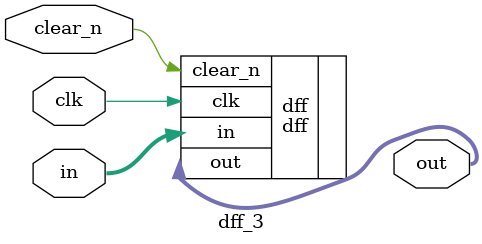
<source format=sv>
`ifndef __DFF_3_SV__
`define __DFF_3_SV__

`include "dff.sv"

module dff_3 #(
    parameter RESET_VALUE = 0
) (
    input logic clk, // Clock
    input logic clear_n, // Clear (active-low)
    input logic [2:0] in, // Input
    output logic [2:0] out // Output
);
    dff #(.DATA_WIDTH(3), .RESET_VALUE(RESET_VALUE)) dff(
        .clk(clk),
        .clear_n(clear_n),
        .in(in),
        .out(out)
    );

endmodule

`endif

</source>
